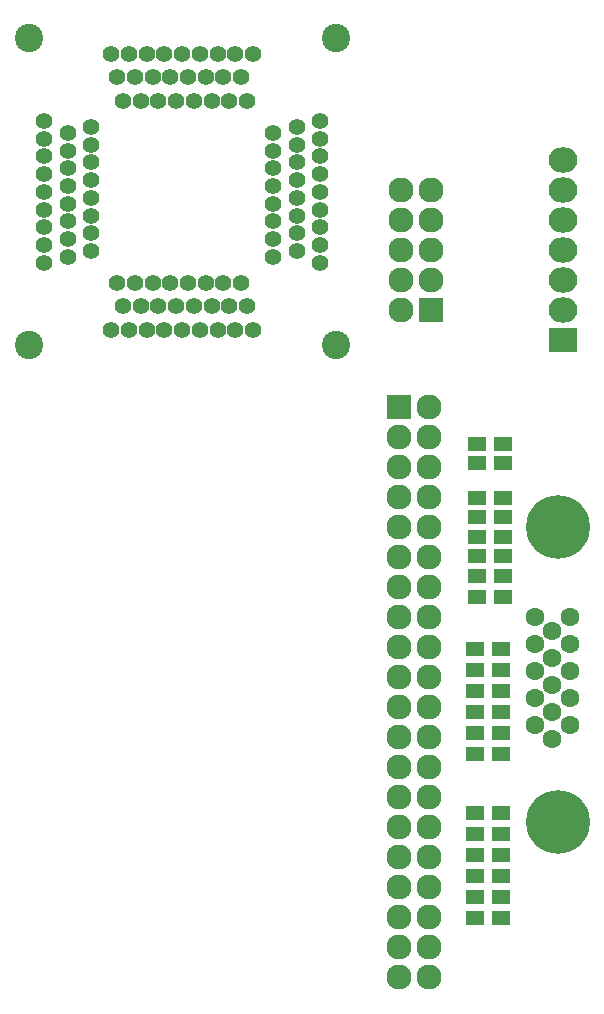
<source format=gbr>
G04 #@! TF.FileFunction,Soldermask,Top*
%FSLAX46Y46*%
G04 Gerber Fmt 4.6, Leading zero omitted, Abs format (unit mm)*
G04 Created by KiCad (PCBNEW 4.0.7) date 03/27/18 21:31:00*
%MOMM*%
%LPD*%
G01*
G04 APERTURE LIST*
%ADD10C,0.100000*%
%ADD11R,1.600000X1.300000*%
%ADD12R,2.127200X2.127200*%
%ADD13O,2.127200X2.127200*%
%ADD14R,2.432000X2.127200*%
%ADD15O,2.432000X2.127200*%
%ADD16C,5.401260*%
%ADD17C,1.598880*%
%ADD18C,2.400000*%
%ADD19C,1.400000*%
G04 APERTURE END LIST*
D10*
D11*
X98636000Y-99568000D03*
X96436000Y-99568000D03*
X98636000Y-104140000D03*
X96436000Y-104140000D03*
X96436000Y-101219000D03*
X98636000Y-101219000D03*
X98636000Y-105791000D03*
X96436000Y-105791000D03*
X98636000Y-110744000D03*
X96436000Y-110744000D03*
X98636000Y-107442000D03*
X96436000Y-107442000D03*
X98636000Y-109093000D03*
X96436000Y-109093000D03*
X98636000Y-112522000D03*
X96436000Y-112522000D03*
X98509000Y-139700000D03*
X96309000Y-139700000D03*
D12*
X89814400Y-96494600D03*
D13*
X92354400Y-96494600D03*
X89814400Y-99034600D03*
X92354400Y-99034600D03*
X89814400Y-101574600D03*
X92354400Y-101574600D03*
X89814400Y-104114600D03*
X92354400Y-104114600D03*
X89814400Y-106654600D03*
X92354400Y-106654600D03*
X89814400Y-109194600D03*
X92354400Y-109194600D03*
X89814400Y-111734600D03*
X92354400Y-111734600D03*
X89814400Y-114274600D03*
X92354400Y-114274600D03*
X89814400Y-116814600D03*
X92354400Y-116814600D03*
X89814400Y-119354600D03*
X92354400Y-119354600D03*
X89814400Y-121894600D03*
X92354400Y-121894600D03*
X89814400Y-124434600D03*
X92354400Y-124434600D03*
X89814400Y-126974600D03*
X92354400Y-126974600D03*
X89814400Y-129514600D03*
X92354400Y-129514600D03*
X89814400Y-132054600D03*
X92354400Y-132054600D03*
X89814400Y-134594600D03*
X92354400Y-134594600D03*
X89814400Y-137134600D03*
X92354400Y-137134600D03*
X89814400Y-139674600D03*
X92354400Y-139674600D03*
X89814400Y-142214600D03*
X92354400Y-142214600D03*
X89814400Y-144754600D03*
X92354400Y-144754600D03*
D11*
X98509000Y-130810000D03*
X96309000Y-130810000D03*
X98509000Y-124079000D03*
X96309000Y-124079000D03*
X98509000Y-125857000D03*
X96309000Y-125857000D03*
X98509000Y-132588000D03*
X96309000Y-132588000D03*
X98509000Y-137922000D03*
X96309000Y-137922000D03*
X98509000Y-136144000D03*
X96309000Y-136144000D03*
X98509000Y-134366000D03*
X96309000Y-134366000D03*
X98509000Y-116967000D03*
X96309000Y-116967000D03*
X98509000Y-118745000D03*
X96309000Y-118745000D03*
X98509000Y-122301000D03*
X96309000Y-122301000D03*
X98509000Y-120523000D03*
X96309000Y-120523000D03*
D12*
X92583000Y-88265000D03*
D13*
X90043000Y-88265000D03*
X92583000Y-85725000D03*
X90043000Y-85725000D03*
X92583000Y-83185000D03*
X90043000Y-83185000D03*
X92583000Y-80645000D03*
X90043000Y-80645000D03*
X92583000Y-78105000D03*
X90043000Y-78105000D03*
D14*
X103759000Y-90805000D03*
D15*
X103759000Y-88265000D03*
X103759000Y-85725000D03*
X103759000Y-83185000D03*
X103759000Y-80645000D03*
X103759000Y-78105000D03*
X103759000Y-75565000D03*
D16*
X103319580Y-131620260D03*
D17*
X101320600Y-118859300D03*
X101320600Y-121145300D03*
X101320600Y-123436380D03*
X101320600Y-116565680D03*
X101320600Y-114277140D03*
X102819200Y-117711220D03*
X102819200Y-119999760D03*
X102819200Y-122290840D03*
X102819200Y-124581920D03*
D16*
X103319580Y-106631740D03*
D17*
X102819200Y-115420140D03*
X104320340Y-123436380D03*
X104320340Y-121145300D03*
X104317800Y-118856760D03*
X104320340Y-116565680D03*
X104320340Y-114277140D03*
D18*
X84475600Y-65257400D03*
X84475600Y-91257400D03*
X58475600Y-65257400D03*
D19*
X65475600Y-89957400D03*
X65975600Y-85957400D03*
X66475600Y-87957400D03*
X66975600Y-89957400D03*
X67475600Y-85957400D03*
X67975600Y-87957400D03*
X68475600Y-89957400D03*
X68975600Y-85957400D03*
X69475600Y-87957400D03*
X69975600Y-89957400D03*
X70475600Y-85957400D03*
X70975600Y-87957400D03*
X71475600Y-89957400D03*
X71975600Y-85957400D03*
X72475600Y-87957400D03*
X72975600Y-89957400D03*
X73475600Y-85957400D03*
X73975600Y-87957400D03*
X74475600Y-89957400D03*
X74975600Y-85957400D03*
X75475600Y-87957400D03*
X75975600Y-89957400D03*
X76475600Y-85957400D03*
X76975600Y-87957400D03*
X77475600Y-89957400D03*
X59775600Y-84257400D03*
X61775600Y-83757400D03*
X63775600Y-83257400D03*
X59775600Y-82757400D03*
X61775600Y-82257400D03*
X63775600Y-81757400D03*
X59775600Y-81257400D03*
X61775600Y-80757400D03*
X63775600Y-80257400D03*
X59775600Y-79757400D03*
X61775600Y-79257400D03*
X63775600Y-78757400D03*
X59775600Y-78257400D03*
X61775600Y-77757400D03*
X63775600Y-77257400D03*
X59775600Y-76757400D03*
X61775600Y-76257400D03*
X63775600Y-75757400D03*
X59775600Y-75257400D03*
X61775600Y-74757400D03*
X63775600Y-74257400D03*
X59775600Y-73757400D03*
X61775600Y-73257400D03*
X63775600Y-72757400D03*
X59775600Y-72257400D03*
X65475600Y-66557400D03*
X65975600Y-68557400D03*
X66475600Y-70557400D03*
X66975600Y-66557400D03*
X67475600Y-68557400D03*
X67975600Y-70557400D03*
X68475600Y-66557400D03*
X68975600Y-68557400D03*
X69475600Y-70557400D03*
X69975600Y-66557400D03*
X70475600Y-68557400D03*
X70975600Y-70557400D03*
X71475600Y-66557400D03*
X71975600Y-68557400D03*
X72475600Y-70557400D03*
X72975600Y-66557400D03*
X73475600Y-68557400D03*
X73975600Y-70557400D03*
X74475600Y-66557400D03*
X74975600Y-68557400D03*
X75475600Y-70557400D03*
X75975600Y-66557400D03*
X76475600Y-68557400D03*
X76975600Y-70557400D03*
X77475600Y-66557400D03*
X83175600Y-84257400D03*
X79175600Y-83757400D03*
X81175600Y-83257400D03*
X83175600Y-82757400D03*
X79175600Y-82257400D03*
X81175600Y-81757400D03*
X83175600Y-81257400D03*
X79175600Y-80757400D03*
X81175600Y-80257400D03*
X83175600Y-79757400D03*
X79175600Y-79257400D03*
X81175600Y-78757400D03*
X83175600Y-78257400D03*
X79175600Y-77757400D03*
X81175600Y-77257400D03*
X83175600Y-76757400D03*
X79175600Y-76257400D03*
X81175600Y-75757400D03*
X83175600Y-75257400D03*
X79175600Y-74757400D03*
X81175600Y-74257400D03*
X83175600Y-73757400D03*
X79175600Y-73257400D03*
X81175600Y-72757400D03*
X83175600Y-72257400D03*
D18*
X58475600Y-91257400D03*
M02*

</source>
